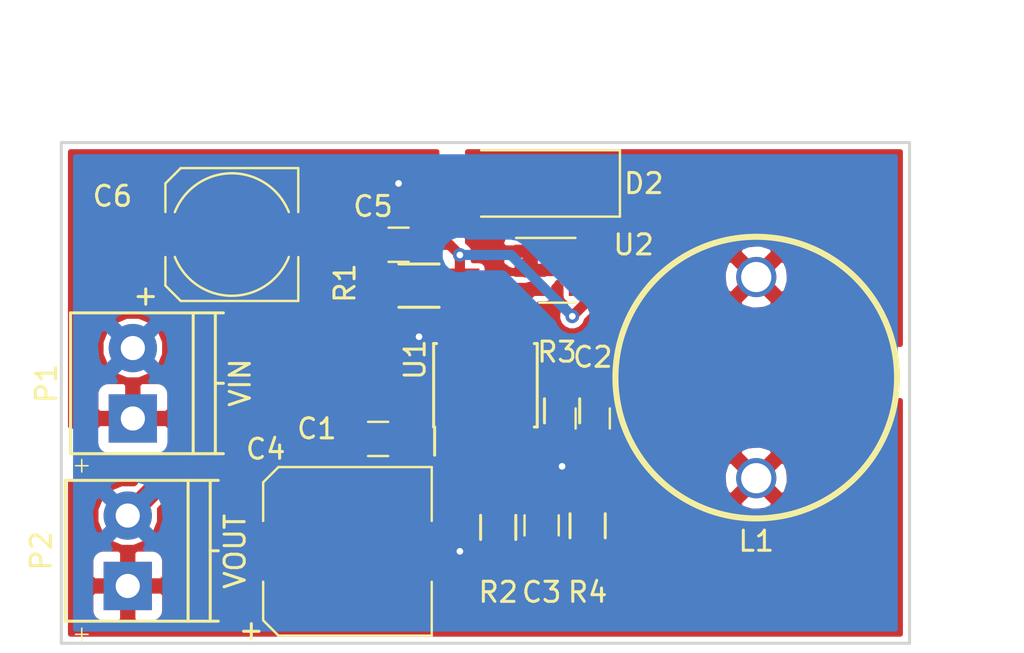
<source format=kicad_pcb>
(kicad_pcb (version 4) (host pcbnew 4.0.3-stable)

  (general
    (links 32)
    (no_connects 0)
    (area 109.652999 88.824999 151.967001 113.867001)
    (thickness 1.6)
    (drawings 11)
    (tracks 56)
    (zones 0)
    (modules 16)
    (nets 11)
  )

  (page A4)
  (layers
    (0 F.Cu signal)
    (31 B.Cu signal)
    (32 B.Adhes user)
    (33 F.Adhes user)
    (34 B.Paste user)
    (35 F.Paste user)
    (36 B.SilkS user)
    (37 F.SilkS user)
    (38 B.Mask user)
    (39 F.Mask user)
    (40 Dwgs.User user)
    (41 Cmts.User user)
    (42 Eco1.User user)
    (43 Eco2.User user)
    (44 Edge.Cuts user)
    (45 Margin user)
    (46 B.CrtYd user)
    (47 F.CrtYd user)
    (48 B.Fab user)
    (49 F.Fab user)
  )

  (setup
    (last_trace_width 0.1524)
    (trace_clearance 0.1524)
    (zone_clearance 0.254)
    (zone_45_only no)
    (trace_min 0.1524)
    (segment_width 0.2)
    (edge_width 0.15)
    (via_size 0.6858)
    (via_drill 0.3302)
    (via_min_size 0.6858)
    (via_min_drill 0.3302)
    (uvia_size 0.762)
    (uvia_drill 0.508)
    (uvias_allowed no)
    (uvia_min_size 0)
    (uvia_min_drill 0)
    (pcb_text_width 0.0762)
    (pcb_text_size 0.8128 0.8128)
    (mod_edge_width 0.15)
    (mod_text_size 0.8128 0.8128)
    (mod_text_width 0.0762)
    (pad_size 1.56 0.65)
    (pad_drill 0)
    (pad_to_mask_clearance 0)
    (aux_axis_origin 0 0)
    (visible_elements 7FFFFFFF)
    (pcbplotparams
      (layerselection 0x00030_80000001)
      (usegerberextensions false)
      (excludeedgelayer true)
      (linewidth 0.100000)
      (plotframeref false)
      (viasonmask false)
      (mode 1)
      (useauxorigin false)
      (hpglpennumber 1)
      (hpglpenspeed 20)
      (hpglpendiameter 15)
      (hpglpenoverlay 2)
      (psnegative false)
      (psa4output false)
      (plotreference true)
      (plotvalue true)
      (plotinvisibletext false)
      (padsonsilk false)
      (subtractmaskfromsilk false)
      (outputformat 1)
      (mirror false)
      (drillshape 1)
      (scaleselection 1)
      (outputdirectory ""))
  )

  (net 0 "")
  (net 1 GND)
  (net 2 "Net-(C2-Pad1)")
  (net 3 +5V)
  (net 4 Vfb)
  (net 5 +BATT)
  (net 6 /Vsw)
  (net 7 /RUN/SS)
  (net 8 /SENSE)
  (net 9 /GATE)
  (net 10 /Ith)

  (net_class Default "This is the default net class."
    (clearance 0.1524)
    (trace_width 0.1524)
    (via_dia 0.6858)
    (via_drill 0.3302)
    (uvia_dia 0.762)
    (uvia_drill 0.508)
    (add_net /Ith)
    (add_net /RUN/SS)
    (add_net "Net-(C2-Pad1)")
    (add_net Vfb)
  )

  (net_class Gate ""
    (clearance 0.1524)
    (trace_width 0.762)
    (via_dia 0.6858)
    (via_drill 0.3302)
    (uvia_dia 0.762)
    (uvia_drill 0.508)
    (add_net /GATE)
  )

  (net_class HI_C ""
    (clearance 0.1524)
    (trace_width 0.508)
    (via_dia 0.6858)
    (via_drill 0.3302)
    (uvia_dia 0.762)
    (uvia_drill 0.508)
    (add_net /SENSE)
    (add_net /Vsw)
  )

  (net_class PWR ""
    (clearance 0.1524)
    (trace_width 1.016)
    (via_dia 0.6858)
    (via_drill 0.3302)
    (uvia_dia 0.762)
    (uvia_drill 0.508)
    (add_net +5V)
    (add_net +BATT)
    (add_net GND)
  )

  (module Capacitors_SMD:C_0805_HandSoldering (layer F.Cu) (tedit 589895A5) (tstamp 58989238)
    (at 125.476 103.632 180)
    (descr "Capacitor SMD 0805, hand soldering")
    (tags "capacitor 0805")
    (path /5896494D)
    (attr smd)
    (fp_text reference C1 (at 3.048 0.508 180) (layer F.SilkS)
      (effects (font (size 1 1) (thickness 0.15)))
    )
    (fp_text value 10nF (at 0 2.1 180) (layer F.Fab) hide
      (effects (font (size 1 1) (thickness 0.15)))
    )
    (fp_line (start -1 0.625) (end -1 -0.625) (layer F.Fab) (width 0.1))
    (fp_line (start 1 0.625) (end -1 0.625) (layer F.Fab) (width 0.1))
    (fp_line (start 1 -0.625) (end 1 0.625) (layer F.Fab) (width 0.1))
    (fp_line (start -1 -0.625) (end 1 -0.625) (layer F.Fab) (width 0.1))
    (fp_line (start -2.3 -1) (end 2.3 -1) (layer F.CrtYd) (width 0.05))
    (fp_line (start -2.3 1) (end 2.3 1) (layer F.CrtYd) (width 0.05))
    (fp_line (start -2.3 -1) (end -2.3 1) (layer F.CrtYd) (width 0.05))
    (fp_line (start 2.3 -1) (end 2.3 1) (layer F.CrtYd) (width 0.05))
    (fp_line (start 0.5 -0.85) (end -0.5 -0.85) (layer F.SilkS) (width 0.12))
    (fp_line (start -0.5 0.85) (end 0.5 0.85) (layer F.SilkS) (width 0.12))
    (pad 1 smd rect (at -1.25 0 180) (size 1.5 1.25) (layers F.Cu F.Paste F.Mask)
      (net 7 /RUN/SS))
    (pad 2 smd rect (at 1.25 0 180) (size 1.5 1.25) (layers F.Cu F.Paste F.Mask)
      (net 1 GND))
    (model Capacitors_SMD.3dshapes/C_0805_HandSoldering.wrl
      (at (xyz 0 0 0))
      (scale (xyz 1 1 1))
      (rotate (xyz 0 0 0))
    )
  )

  (module Capacitors_SMD:C_0805_HandSoldering (layer F.Cu) (tedit 58989611) (tstamp 58989248)
    (at 136.144 102.616 270)
    (descr "Capacitor SMD 0805, hand soldering")
    (tags "capacitor 0805")
    (path /58964916)
    (attr smd)
    (fp_text reference C2 (at -3.048 0 360) (layer F.SilkS)
      (effects (font (size 1 1) (thickness 0.15)))
    )
    (fp_text value 330pF (at 0 2.1 270) (layer F.Fab) hide
      (effects (font (size 1 1) (thickness 0.15)))
    )
    (fp_line (start -1 0.625) (end -1 -0.625) (layer F.Fab) (width 0.1))
    (fp_line (start 1 0.625) (end -1 0.625) (layer F.Fab) (width 0.1))
    (fp_line (start 1 -0.625) (end 1 0.625) (layer F.Fab) (width 0.1))
    (fp_line (start -1 -0.625) (end 1 -0.625) (layer F.Fab) (width 0.1))
    (fp_line (start -2.3 -1) (end 2.3 -1) (layer F.CrtYd) (width 0.05))
    (fp_line (start -2.3 1) (end 2.3 1) (layer F.CrtYd) (width 0.05))
    (fp_line (start -2.3 -1) (end -2.3 1) (layer F.CrtYd) (width 0.05))
    (fp_line (start 2.3 -1) (end 2.3 1) (layer F.CrtYd) (width 0.05))
    (fp_line (start 0.5 -0.85) (end -0.5 -0.85) (layer F.SilkS) (width 0.12))
    (fp_line (start -0.5 0.85) (end 0.5 0.85) (layer F.SilkS) (width 0.12))
    (pad 1 smd rect (at -1.25 0 270) (size 1.5 1.25) (layers F.Cu F.Paste F.Mask)
      (net 2 "Net-(C2-Pad1)"))
    (pad 2 smd rect (at 1.25 0 270) (size 1.5 1.25) (layers F.Cu F.Paste F.Mask)
      (net 1 GND))
    (model Capacitors_SMD.3dshapes/C_0805_HandSoldering.wrl
      (at (xyz 0 0 0))
      (scale (xyz 1 1 1))
      (rotate (xyz 0 0 0))
    )
  )

  (module Capacitors_SMD:C_0805_HandSoldering (layer F.Cu) (tedit 58989536) (tstamp 58989258)
    (at 133.604 107.93 90)
    (descr "Capacitor SMD 0805, hand soldering")
    (tags "capacitor 0805")
    (path /58967E11)
    (attr smd)
    (fp_text reference C3 (at -3.322 0 180) (layer F.SilkS)
      (effects (font (size 1 1) (thickness 0.15)))
    )
    (fp_text value 15pF (at 0 1.905 90) (layer F.Fab) hide
      (effects (font (size 1 1) (thickness 0.15)))
    )
    (fp_line (start -1 0.625) (end -1 -0.625) (layer F.Fab) (width 0.1))
    (fp_line (start 1 0.625) (end -1 0.625) (layer F.Fab) (width 0.1))
    (fp_line (start 1 -0.625) (end 1 0.625) (layer F.Fab) (width 0.1))
    (fp_line (start -1 -0.625) (end 1 -0.625) (layer F.Fab) (width 0.1))
    (fp_line (start -2.3 -1) (end 2.3 -1) (layer F.CrtYd) (width 0.05))
    (fp_line (start -2.3 1) (end 2.3 1) (layer F.CrtYd) (width 0.05))
    (fp_line (start -2.3 -1) (end -2.3 1) (layer F.CrtYd) (width 0.05))
    (fp_line (start 2.3 -1) (end 2.3 1) (layer F.CrtYd) (width 0.05))
    (fp_line (start 0.5 -0.85) (end -0.5 -0.85) (layer F.SilkS) (width 0.12))
    (fp_line (start -0.5 0.85) (end 0.5 0.85) (layer F.SilkS) (width 0.12))
    (pad 1 smd rect (at -1.25 0 90) (size 1.5 1.25) (layers F.Cu F.Paste F.Mask)
      (net 3 +5V))
    (pad 2 smd rect (at 1.25 0 90) (size 1.5 1.25) (layers F.Cu F.Paste F.Mask)
      (net 4 Vfb))
    (model Capacitors_SMD.3dshapes/C_0805_HandSoldering.wrl
      (at (xyz 0 0 0))
      (scale (xyz 1 1 1))
      (rotate (xyz 0 0 0))
    )
  )

  (module Capacitors_SMD:C_0805_HandSoldering (layer F.Cu) (tedit 5898935F) (tstamp 58989284)
    (at 126.492 93.98 180)
    (descr "Capacitor SMD 0805, hand soldering")
    (tags "capacitor 0805")
    (path /58964849)
    (attr smd)
    (fp_text reference C5 (at 1.27 1.905 180) (layer F.SilkS)
      (effects (font (size 1 1) (thickness 0.15)))
    )
    (fp_text value 1nF (at 0 2.1 180) (layer F.Fab) hide
      (effects (font (size 1 1) (thickness 0.15)))
    )
    (fp_line (start -1 0.625) (end -1 -0.625) (layer F.Fab) (width 0.1))
    (fp_line (start 1 0.625) (end -1 0.625) (layer F.Fab) (width 0.1))
    (fp_line (start 1 -0.625) (end 1 0.625) (layer F.Fab) (width 0.1))
    (fp_line (start -1 -0.625) (end 1 -0.625) (layer F.Fab) (width 0.1))
    (fp_line (start -2.3 -1) (end 2.3 -1) (layer F.CrtYd) (width 0.05))
    (fp_line (start -2.3 1) (end 2.3 1) (layer F.CrtYd) (width 0.05))
    (fp_line (start -2.3 -1) (end -2.3 1) (layer F.CrtYd) (width 0.05))
    (fp_line (start 2.3 -1) (end 2.3 1) (layer F.CrtYd) (width 0.05))
    (fp_line (start 0.5 -0.85) (end -0.5 -0.85) (layer F.SilkS) (width 0.12))
    (fp_line (start -0.5 0.85) (end 0.5 0.85) (layer F.SilkS) (width 0.12))
    (pad 1 smd rect (at -1.25 0 180) (size 1.5 1.25) (layers F.Cu F.Paste F.Mask)
      (net 8 /SENSE))
    (pad 2 smd rect (at 1.25 0 180) (size 1.5 1.25) (layers F.Cu F.Paste F.Mask)
      (net 5 +BATT))
    (model Capacitors_SMD.3dshapes/C_0805_HandSoldering.wrl
      (at (xyz 0 0 0))
      (scale (xyz 1 1 1))
      (rotate (xyz 0 0 0))
    )
  )

  (module Capacitors_SMD:CP_Elec_6.3x5.3 (layer F.Cu) (tedit 58989380) (tstamp 589892A0)
    (at 118.204 93.472)
    (descr "SMT capacitor, aluminium electrolytic, 6.3x5.3")
    (path /5896497F)
    (attr smd)
    (fp_text reference C6 (at -5.936 -1.905) (layer F.SilkS)
      (effects (font (size 1 1) (thickness 0.15)))
    )
    (fp_text value 22uF (at 0 -4.5593) (layer F.Fab) hide
      (effects (font (size 1 1) (thickness 0.15)))
    )
    (fp_line (start 3.1496 3.1496) (end 3.1496 -3.1496) (layer F.Fab) (width 0.1))
    (fp_line (start -2.4765 3.1496) (end 3.1496 3.1496) (layer F.Fab) (width 0.1))
    (fp_line (start -3.1496 2.4765) (end -2.4765 3.1496) (layer F.Fab) (width 0.1))
    (fp_line (start -3.1496 -2.4765) (end -3.1496 2.4765) (layer F.Fab) (width 0.1))
    (fp_line (start -2.4765 -3.1496) (end -3.1496 -2.4765) (layer F.Fab) (width 0.1))
    (fp_line (start 3.1496 -3.1496) (end -2.4765 -3.1496) (layer F.Fab) (width 0.1))
    (fp_text user + (at -1.7526 -0.0762) (layer F.Fab)
      (effects (font (size 1 1) (thickness 0.15)))
    )
    (fp_arc (start 0 0) (end 2.8321 1.1176) (angle 136.9700905) (layer F.SilkS) (width 0.12))
    (fp_arc (start 0 0) (end -2.8321 -1.1176) (angle 136.9297483) (layer F.SilkS) (width 0.12))
    (fp_line (start 3.302 3.302) (end 3.302 1.1176) (layer F.SilkS) (width 0.12))
    (fp_line (start 3.302 -3.302) (end 3.302 -1.1176) (layer F.SilkS) (width 0.12))
    (fp_line (start -3.302 2.54) (end -3.302 1.1176) (layer F.SilkS) (width 0.12))
    (fp_line (start -3.302 -2.54) (end -3.302 -1.1176) (layer F.SilkS) (width 0.12))
    (fp_text user + (at -4.2799 3.0099) (layer F.SilkS)
      (effects (font (size 1 1) (thickness 0.15)))
    )
    (fp_line (start 4.85 -3.65) (end -4.85 -3.65) (layer F.CrtYd) (width 0.05))
    (fp_line (start -4.85 -3.65) (end -4.85 3.65) (layer F.CrtYd) (width 0.05))
    (fp_line (start -4.85 3.65) (end 4.85 3.65) (layer F.CrtYd) (width 0.05))
    (fp_line (start 4.85 3.65) (end 4.85 -3.65) (layer F.CrtYd) (width 0.05))
    (fp_line (start 3.302 3.302) (end -2.54 3.302) (layer F.SilkS) (width 0.12))
    (fp_line (start -2.54 3.302) (end -3.302 2.54) (layer F.SilkS) (width 0.12))
    (fp_line (start -3.302 -2.54) (end -2.54 -3.302) (layer F.SilkS) (width 0.12))
    (fp_line (start -2.54 -3.302) (end 3.302 -3.302) (layer F.SilkS) (width 0.12))
    (pad 1 smd rect (at -2.7 0 180) (size 3.5 1.6) (layers F.Cu F.Paste F.Mask)
      (net 5 +BATT))
    (pad 2 smd rect (at 2.7 0 180) (size 3.5 1.6) (layers F.Cu F.Paste F.Mask)
      (net 1 GND))
    (model Capacitors_SMD.3dshapes/CP_Elec_6.3x5.3.wrl
      (at (xyz 0 0 0))
      (scale (xyz 1 1 1))
      (rotate (xyz 0 0 180))
    )
  )

  (module Terminal_Blocks:TerminalBlock_Pheonix_PT-3.5mm_2pol (layer F.Cu) (tedit 58989924) (tstamp 589892CE)
    (at 113.284 102.616 90)
    (descr "2-way 3.5mm pitch terminal block, Phoenix PT series")
    (path /58964CDF)
    (fp_text reference P1 (at 1.75 -4.3 90) (layer F.SilkS)
      (effects (font (size 1 1) (thickness 0.15)))
    )
    (fp_text value VIN (at 1.778 5.334 90) (layer F.SilkS)
      (effects (font (size 1 1) (thickness 0.15)))
    )
    (fp_line (start -1.9 -3.3) (end 5.4 -3.3) (layer F.CrtYd) (width 0.05))
    (fp_line (start -1.9 4.7) (end -1.9 -3.3) (layer F.CrtYd) (width 0.05))
    (fp_line (start 5.4 4.7) (end -1.9 4.7) (layer F.CrtYd) (width 0.05))
    (fp_line (start 5.4 -3.3) (end 5.4 4.7) (layer F.CrtYd) (width 0.05))
    (fp_line (start 1.75 4.1) (end 1.75 4.5) (layer F.SilkS) (width 0.15))
    (fp_line (start -1.75 3) (end 5.25 3) (layer F.SilkS) (width 0.15))
    (fp_line (start -1.75 4.1) (end 5.25 4.1) (layer F.SilkS) (width 0.15))
    (fp_line (start -1.75 -3.1) (end -1.75 4.5) (layer F.SilkS) (width 0.15))
    (fp_line (start 5.25 4.5) (end 5.25 -3.1) (layer F.SilkS) (width 0.15))
    (fp_line (start 5.25 -3.1) (end -1.75 -3.1) (layer F.SilkS) (width 0.15))
    (pad 2 thru_hole circle (at 3.5 0 90) (size 2.4 2.4) (drill 1.2) (layers *.Cu *.Mask)
      (net 1 GND))
    (pad 1 thru_hole rect (at 0 0 90) (size 2.4 2.4) (drill 1.2) (layers *.Cu *.Mask)
      (net 5 +BATT))
    (model Terminal_Blocks.3dshapes/TerminalBlock_Pheonix_PT-3.5mm_2pol.wrl
      (at (xyz 0 0 0))
      (scale (xyz 1 1 1))
      (rotate (xyz 0 0 0))
    )
  )

  (module Terminal_Blocks:TerminalBlock_Pheonix_PT-3.5mm_2pol (layer F.Cu) (tedit 5898991E) (tstamp 589892DE)
    (at 113.03 110.942 90)
    (descr "2-way 3.5mm pitch terminal block, Phoenix PT series")
    (path /58968CD9)
    (fp_text reference P2 (at 1.75 -4.3 90) (layer F.SilkS)
      (effects (font (size 1 1) (thickness 0.15)))
    )
    (fp_text value VOUT (at 1.722 5.334 90) (layer F.SilkS)
      (effects (font (size 1 1) (thickness 0.15)))
    )
    (fp_line (start -1.9 -3.3) (end 5.4 -3.3) (layer F.CrtYd) (width 0.05))
    (fp_line (start -1.9 4.7) (end -1.9 -3.3) (layer F.CrtYd) (width 0.05))
    (fp_line (start 5.4 4.7) (end -1.9 4.7) (layer F.CrtYd) (width 0.05))
    (fp_line (start 5.4 -3.3) (end 5.4 4.7) (layer F.CrtYd) (width 0.05))
    (fp_line (start 1.75 4.1) (end 1.75 4.5) (layer F.SilkS) (width 0.15))
    (fp_line (start -1.75 3) (end 5.25 3) (layer F.SilkS) (width 0.15))
    (fp_line (start -1.75 4.1) (end 5.25 4.1) (layer F.SilkS) (width 0.15))
    (fp_line (start -1.75 -3.1) (end -1.75 4.5) (layer F.SilkS) (width 0.15))
    (fp_line (start 5.25 4.5) (end 5.25 -3.1) (layer F.SilkS) (width 0.15))
    (fp_line (start 5.25 -3.1) (end -1.75 -3.1) (layer F.SilkS) (width 0.15))
    (pad 2 thru_hole circle (at 3.5 0 90) (size 2.4 2.4) (drill 1.2) (layers *.Cu *.Mask)
      (net 1 GND))
    (pad 1 thru_hole rect (at 0 0 90) (size 2.4 2.4) (drill 1.2) (layers *.Cu *.Mask)
      (net 3 +5V))
    (model Terminal_Blocks.3dshapes/TerminalBlock_Pheonix_PT-3.5mm_2pol.wrl
      (at (xyz 0 0 0))
      (scale (xyz 1 1 1))
      (rotate (xyz 0 0 0))
    )
  )

  (module Resistors_SMD:R_1206_HandSoldering (layer F.Cu) (tedit 58989363) (tstamp 58989303)
    (at 127.508 96.012)
    (descr "Resistor SMD 1206, hand soldering")
    (tags "resistor 1206")
    (path /58962F52)
    (attr smd)
    (fp_text reference R1 (at -3.683 -0.127 90) (layer F.SilkS)
      (effects (font (size 1 1) (thickness 0.15)))
    )
    (fp_text value 20m (at 0 2.3) (layer F.Fab) hide
      (effects (font (size 1 1) (thickness 0.15)))
    )
    (fp_line (start -1.6 0.8) (end -1.6 -0.8) (layer F.Fab) (width 0.1))
    (fp_line (start 1.6 0.8) (end -1.6 0.8) (layer F.Fab) (width 0.1))
    (fp_line (start 1.6 -0.8) (end 1.6 0.8) (layer F.Fab) (width 0.1))
    (fp_line (start -1.6 -0.8) (end 1.6 -0.8) (layer F.Fab) (width 0.1))
    (fp_line (start -3.3 -1.2) (end 3.3 -1.2) (layer F.CrtYd) (width 0.05))
    (fp_line (start -3.3 1.2) (end 3.3 1.2) (layer F.CrtYd) (width 0.05))
    (fp_line (start -3.3 -1.2) (end -3.3 1.2) (layer F.CrtYd) (width 0.05))
    (fp_line (start 3.3 -1.2) (end 3.3 1.2) (layer F.CrtYd) (width 0.05))
    (fp_line (start 1 1.075) (end -1 1.075) (layer F.SilkS) (width 0.15))
    (fp_line (start -1 -1.075) (end 1 -1.075) (layer F.SilkS) (width 0.15))
    (pad 1 smd rect (at -2 0) (size 2 1.7) (layers F.Cu F.Paste F.Mask)
      (net 5 +BATT))
    (pad 2 smd rect (at 2 0) (size 2 1.7) (layers F.Cu F.Paste F.Mask)
      (net 8 /SENSE))
    (model Resistors_SMD.3dshapes/R_1206_HandSoldering.wrl
      (at (xyz 0 0 0))
      (scale (xyz 1 1 1))
      (rotate (xyz 0 0 0))
    )
  )

  (module Resistors_SMD:R_0805_HandSoldering (layer F.Cu) (tedit 58989508) (tstamp 58989313)
    (at 131.445 108.03 270)
    (descr "Resistor SMD 0805, hand soldering")
    (tags "resistor 0805")
    (path /58964811)
    (attr smd)
    (fp_text reference R2 (at 3.222 0 360) (layer F.SilkS)
      (effects (font (size 1 1) (thickness 0.15)))
    )
    (fp_text value 1M (at 0 2.1 270) (layer F.Fab) hide
      (effects (font (size 1 1) (thickness 0.15)))
    )
    (fp_line (start -1 0.625) (end -1 -0.625) (layer F.Fab) (width 0.1))
    (fp_line (start 1 0.625) (end -1 0.625) (layer F.Fab) (width 0.1))
    (fp_line (start 1 -0.625) (end 1 0.625) (layer F.Fab) (width 0.1))
    (fp_line (start -1 -0.625) (end 1 -0.625) (layer F.Fab) (width 0.1))
    (fp_line (start -2.4 -1) (end 2.4 -1) (layer F.CrtYd) (width 0.05))
    (fp_line (start -2.4 1) (end 2.4 1) (layer F.CrtYd) (width 0.05))
    (fp_line (start -2.4 -1) (end -2.4 1) (layer F.CrtYd) (width 0.05))
    (fp_line (start 2.4 -1) (end 2.4 1) (layer F.CrtYd) (width 0.05))
    (fp_line (start 0.6 0.875) (end -0.6 0.875) (layer F.SilkS) (width 0.15))
    (fp_line (start -0.6 -0.875) (end 0.6 -0.875) (layer F.SilkS) (width 0.15))
    (pad 1 smd rect (at -1.35 0 270) (size 1.5 1.3) (layers F.Cu F.Paste F.Mask)
      (net 4 Vfb))
    (pad 2 smd rect (at 1.35 0 270) (size 1.5 1.3) (layers F.Cu F.Paste F.Mask)
      (net 1 GND))
    (model Resistors_SMD.3dshapes/R_0805_HandSoldering.wrl
      (at (xyz 0 0 0))
      (scale (xyz 1 1 1))
      (rotate (xyz 0 0 0))
    )
  )

  (module Resistors_SMD:R_0805_HandSoldering (layer F.Cu) (tedit 589895F3) (tstamp 58989323)
    (at 134.62 102.235 270)
    (descr "Resistor SMD 0805, hand soldering")
    (tags "resistor 0805")
    (path /589647EB)
    (attr smd)
    (fp_text reference R3 (at -2.921 0.254 360) (layer F.SilkS)
      (effects (font (size 1 1) (thickness 0.15)))
    )
    (fp_text value 10K (at -0.127 1.524 270) (layer F.Fab) hide
      (effects (font (size 1 1) (thickness 0.15)))
    )
    (fp_line (start -1 0.625) (end -1 -0.625) (layer F.Fab) (width 0.1))
    (fp_line (start 1 0.625) (end -1 0.625) (layer F.Fab) (width 0.1))
    (fp_line (start 1 -0.625) (end 1 0.625) (layer F.Fab) (width 0.1))
    (fp_line (start -1 -0.625) (end 1 -0.625) (layer F.Fab) (width 0.1))
    (fp_line (start -2.4 -1) (end 2.4 -1) (layer F.CrtYd) (width 0.05))
    (fp_line (start -2.4 1) (end 2.4 1) (layer F.CrtYd) (width 0.05))
    (fp_line (start -2.4 -1) (end -2.4 1) (layer F.CrtYd) (width 0.05))
    (fp_line (start 2.4 -1) (end 2.4 1) (layer F.CrtYd) (width 0.05))
    (fp_line (start 0.6 0.875) (end -0.6 0.875) (layer F.SilkS) (width 0.15))
    (fp_line (start -0.6 -0.875) (end 0.6 -0.875) (layer F.SilkS) (width 0.15))
    (pad 1 smd rect (at -1.35 0 270) (size 1.5 1.3) (layers F.Cu F.Paste F.Mask)
      (net 10 /Ith))
    (pad 2 smd rect (at 1.35 0 270) (size 1.5 1.3) (layers F.Cu F.Paste F.Mask)
      (net 2 "Net-(C2-Pad1)"))
    (model Resistors_SMD.3dshapes/R_0805_HandSoldering.wrl
      (at (xyz 0 0 0))
      (scale (xyz 1 1 1))
      (rotate (xyz 0 0 0))
    )
  )

  (module Resistors_SMD:R_0805_HandSoldering (layer F.Cu) (tedit 589894FF) (tstamp 58989333)
    (at 135.89 107.95 90)
    (descr "Resistor SMD 0805, hand soldering")
    (tags "resistor 0805")
    (path /589647B4)
    (attr smd)
    (fp_text reference R4 (at -3.302 0 180) (layer F.SilkS)
      (effects (font (size 1 1) (thickness 0.15)))
    )
    (fp_text value 3.09M (at 0 2.1 90) (layer F.Fab) hide
      (effects (font (size 1 1) (thickness 0.15)))
    )
    (fp_line (start -1 0.625) (end -1 -0.625) (layer F.Fab) (width 0.1))
    (fp_line (start 1 0.625) (end -1 0.625) (layer F.Fab) (width 0.1))
    (fp_line (start 1 -0.625) (end 1 0.625) (layer F.Fab) (width 0.1))
    (fp_line (start -1 -0.625) (end 1 -0.625) (layer F.Fab) (width 0.1))
    (fp_line (start -2.4 -1) (end 2.4 -1) (layer F.CrtYd) (width 0.05))
    (fp_line (start -2.4 1) (end 2.4 1) (layer F.CrtYd) (width 0.05))
    (fp_line (start -2.4 -1) (end -2.4 1) (layer F.CrtYd) (width 0.05))
    (fp_line (start 2.4 -1) (end 2.4 1) (layer F.CrtYd) (width 0.05))
    (fp_line (start 0.6 0.875) (end -0.6 0.875) (layer F.SilkS) (width 0.15))
    (fp_line (start -0.6 -0.875) (end 0.6 -0.875) (layer F.SilkS) (width 0.15))
    (pad 1 smd rect (at -1.35 0 90) (size 1.5 1.3) (layers F.Cu F.Paste F.Mask)
      (net 3 +5V))
    (pad 2 smd rect (at 1.35 0 90) (size 1.5 1.3) (layers F.Cu F.Paste F.Mask)
      (net 4 Vfb))
    (model Resistors_SMD.3dshapes/R_0805_HandSoldering.wrl
      (at (xyz 0 0 0))
      (scale (xyz 1 1 1))
      (rotate (xyz 0 0 0))
    )
  )

  (module Housings_SOIC:SOIC-8_3.9x4.9mm_Pitch1.27mm (layer F.Cu) (tedit 58D489C6) (tstamp 5898934F)
    (at 130.81 100.965 90)
    (descr "8-Lead Plastic Small Outline (SN) - Narrow, 3.90 mm Body [SOIC] (see Microchip Packaging Specification 00000049BS.pdf)")
    (tags "SOIC 1.27")
    (path /58964B32)
    (attr smd)
    (fp_text reference U1 (at 1.27 -3.5 90) (layer F.SilkS)
      (effects (font (size 1 1) (thickness 0.15)))
    )
    (fp_text value LTC1771 (at 0 3.5 90) (layer F.Fab) hide
      (effects (font (size 1 1) (thickness 0.15)))
    )
    (fp_line (start -0.95 -2.45) (end 1.95 -2.45) (layer F.Fab) (width 0.15))
    (fp_line (start 1.95 -2.45) (end 1.95 2.45) (layer F.Fab) (width 0.15))
    (fp_line (start 1.95 2.45) (end -1.95 2.45) (layer F.Fab) (width 0.15))
    (fp_line (start -1.95 2.45) (end -1.95 -1.45) (layer F.Fab) (width 0.15))
    (fp_line (start -1.95 -1.45) (end -0.95 -2.45) (layer F.Fab) (width 0.15))
    (fp_line (start -3.75 -2.75) (end -3.75 2.75) (layer F.CrtYd) (width 0.05))
    (fp_line (start 3.75 -2.75) (end 3.75 2.75) (layer F.CrtYd) (width 0.05))
    (fp_line (start -3.75 -2.75) (end 3.75 -2.75) (layer F.CrtYd) (width 0.05))
    (fp_line (start -3.75 2.75) (end 3.75 2.75) (layer F.CrtYd) (width 0.05))
    (fp_line (start -2.075 -2.575) (end -2.075 -2.525) (layer F.SilkS) (width 0.15))
    (fp_line (start 2.075 -2.575) (end 2.075 -2.43) (layer F.SilkS) (width 0.15))
    (fp_line (start 2.075 2.575) (end 2.075 2.43) (layer F.SilkS) (width 0.15))
    (fp_line (start -2.075 2.575) (end -2.075 2.43) (layer F.SilkS) (width 0.15))
    (fp_line (start -2.075 -2.575) (end 2.075 -2.575) (layer F.SilkS) (width 0.15))
    (fp_line (start -2.075 2.575) (end 2.075 2.575) (layer F.SilkS) (width 0.15))
    (fp_line (start -2.075 -2.525) (end -3.475 -2.525) (layer F.SilkS) (width 0.15))
    (pad 1 smd rect (at -2.7 -1.905 90) (size 1.55 0.6) (layers F.Cu F.Paste F.Mask)
      (net 7 /RUN/SS))
    (pad 2 smd rect (at -2.7 -0.635 90) (size 1.55 0.6) (layers F.Cu F.Paste F.Mask)
      (net 10 /Ith))
    (pad 3 smd rect (at -2.7 0.635 90) (size 1.55 0.6) (layers F.Cu F.Paste F.Mask)
      (net 4 Vfb))
    (pad 4 smd rect (at -2.7 1.905 90) (size 1.55 0.6) (layers F.Cu F.Paste F.Mask)
      (net 1 GND))
    (pad 5 smd rect (at 2.7 1.905 90) (size 1.55 0.6) (layers F.Cu F.Paste F.Mask)
      (net 9 /GATE))
    (pad 6 smd rect (at 2.7 0.635 90) (size 1.55 0.6) (layers F.Cu F.Paste F.Mask)
      (net 5 +BATT))
    (pad 7 smd rect (at 2.7 -0.635 90) (size 1.55 0.6) (layers F.Cu F.Paste F.Mask)
      (net 8 /SENSE))
    (pad 8 smd rect (at 2.7 -1.905 90) (size 1.55 0.6) (layers F.Cu F.Paste F.Mask)
      (net 1 GND))
    (model Housings_SOIC.3dshapes/SOIC-8_3.9x4.9mm_Pitch1.27mm.wrl
      (at (xyz 0 0 0))
      (scale (xyz 1 1 1))
      (rotate (xyz 0 0 0))
    )
  )

  (module Buck:14mm-Inductor (layer F.Cu) (tedit 58C21602) (tstamp 58C215D1)
    (at 144.272 100.584 270)
    (path /5896391B)
    (fp_text reference L1 (at 8.128 0 360) (layer F.SilkS)
      (effects (font (size 1 1) (thickness 0.15)))
    )
    (fp_text value 22uH (at 0 0 360) (layer F.Fab) hide
      (effects (font (size 1 1) (thickness 0.15)))
    )
    (fp_circle (center 0 0) (end 7 0) (layer F.SilkS) (width 0.3))
    (pad 1 thru_hole circle (at -5 0 270) (size 2 2) (drill 1.5) (layers *.Cu *.Mask)
      (net 6 /Vsw))
    (pad 2 thru_hole circle (at 5 0 270) (size 2 2) (drill 1.5) (layers *.Cu *.Mask)
      (net 3 +5V))
  )

  (module TO_SOT_Packages_SMD:SOT-23-6_Handsoldering (layer F.Cu) (tedit 58D48884) (tstamp 58D46F4D)
    (at 134.385122 95.25)
    (descr "6-pin SOT-23 package, Handsoldering")
    (tags "SOT-23-6 Handsoldering")
    (path /58D46DD3)
    (attr smd)
    (fp_text reference U2 (at 3.790878 -1.27) (layer F.SilkS)
      (effects (font (size 1 1) (thickness 0.15)))
    )
    (fp_text value SI3421DV-T1-GE3 (at 0 2.9) (layer F.Fab) hide
      (effects (font (size 1 1) (thickness 0.15)))
    )
    (fp_text user %R (at 0 -0.423001) (layer F.Fab)
      (effects (font (size 0.5 0.5) (thickness 0.075)))
    )
    (fp_line (start -0.9 1.61) (end 0.9 1.61) (layer F.SilkS) (width 0.12))
    (fp_line (start 0.9 -1.61) (end -2.05 -1.61) (layer F.SilkS) (width 0.12))
    (fp_line (start -2.4 1.8) (end -2.4 -1.8) (layer F.CrtYd) (width 0.05))
    (fp_line (start 2.4 1.8) (end -2.4 1.8) (layer F.CrtYd) (width 0.05))
    (fp_line (start 2.4 -1.8) (end 2.4 1.8) (layer F.CrtYd) (width 0.05))
    (fp_line (start -2.4 -1.8) (end 2.4 -1.8) (layer F.CrtYd) (width 0.05))
    (fp_line (start -0.9 -0.9) (end -0.25 -1.55) (layer F.Fab) (width 0.1))
    (fp_line (start 0.9 -1.55) (end -0.25 -1.55) (layer F.Fab) (width 0.1))
    (fp_line (start -0.9 -0.9) (end -0.9 1.55) (layer F.Fab) (width 0.1))
    (fp_line (start 0.9 1.55) (end -0.9 1.55) (layer F.Fab) (width 0.1))
    (fp_line (start 0.9 -1.55) (end 0.9 1.55) (layer F.Fab) (width 0.1))
    (pad 1 smd rect (at -1.35 -0.95) (size 1.56 0.65) (layers F.Cu F.Paste F.Mask)
      (net 6 /Vsw))
    (pad 2 smd rect (at -1.35 0) (size 1.56 0.65) (layers F.Cu F.Paste F.Mask)
      (net 6 /Vsw))
    (pad 3 smd rect (at -1.35 0.95) (size 1.56 0.65) (layers F.Cu F.Paste F.Mask)
      (net 9 /GATE))
    (pad 4 smd rect (at 1.35 0.95) (size 1.56 0.65) (layers F.Cu F.Paste F.Mask)
      (net 8 /SENSE))
    (pad 6 smd rect (at 1.35 -0.95) (size 1.56 0.65) (layers F.Cu F.Paste F.Mask)
      (net 6 /Vsw))
    (pad 5 smd rect (at 1.35 0) (size 1.56 0.65) (layers F.Cu F.Paste F.Mask)
      (net 6 /Vsw))
    (model ${KISYS3DMOD}/TO_SOT_Packages_SMD.3dshapes/SOT-23-6.wrl
      (at (xyz 0 0 0))
      (scale (xyz 1 1 1))
      (rotate (xyz 0 0 0))
    )
  )

  (module Capacitors_SMD:CP_Elec_8x10 (layer F.Cu) (tedit 58D48897) (tstamp 58D4876D)
    (at 123.952 109.22)
    (descr "SMT capacitor, aluminium electrolytic, 8x10")
    (path /58964A61)
    (attr smd)
    (fp_text reference C4 (at -4.064 -5.08) (layer F.SilkS)
      (effects (font (size 1 1) (thickness 0.15)))
    )
    (fp_text value 330uF (at 0 -5.45) (layer F.Fab) hide
      (effects (font (size 1 1) (thickness 0.15)))
    )
    (fp_circle (center 0 0) (end -0.6 3.9) (layer F.Fab) (width 0.1))
    (fp_text user + (at -2.31 -0.08) (layer F.Fab)
      (effects (font (size 1 1) (thickness 0.15)))
    )
    (fp_text user + (at -4.78 3.9) (layer F.SilkS)
      (effects (font (size 1 1) (thickness 0.15)))
    )
    (fp_text user %R (at 0 2.54) (layer F.Fab) hide
      (effects (font (size 1 1) (thickness 0.15)))
    )
    (fp_line (start 4.04 4.04) (end 4.04 -4.04) (layer F.Fab) (width 0.1))
    (fp_line (start -3.37 4.04) (end 4.04 4.04) (layer F.Fab) (width 0.1))
    (fp_line (start -4.04 3.37) (end -3.37 4.04) (layer F.Fab) (width 0.1))
    (fp_line (start -4.04 -3.37) (end -4.04 3.37) (layer F.Fab) (width 0.1))
    (fp_line (start -3.37 -4.04) (end -4.04 -3.37) (layer F.Fab) (width 0.1))
    (fp_line (start 4.04 -4.04) (end -3.37 -4.04) (layer F.Fab) (width 0.1))
    (fp_line (start 4.19 4.19) (end 4.19 1.51) (layer F.SilkS) (width 0.12))
    (fp_line (start 4.19 -4.19) (end 4.19 -1.51) (layer F.SilkS) (width 0.12))
    (fp_line (start -4.19 -3.43) (end -4.19 -1.51) (layer F.SilkS) (width 0.12))
    (fp_line (start -4.19 3.43) (end -4.19 1.51) (layer F.SilkS) (width 0.12))
    (fp_line (start 4.19 4.19) (end -3.43 4.19) (layer F.SilkS) (width 0.12))
    (fp_line (start -3.43 4.19) (end -4.19 3.43) (layer F.SilkS) (width 0.12))
    (fp_line (start -4.19 -3.43) (end -3.43 -4.19) (layer F.SilkS) (width 0.12))
    (fp_line (start -3.43 -4.19) (end 4.19 -4.19) (layer F.SilkS) (width 0.12))
    (fp_line (start -5.3 -4.29) (end 5.3 -4.29) (layer F.CrtYd) (width 0.05))
    (fp_line (start -5.3 -4.29) (end -5.3 4.29) (layer F.CrtYd) (width 0.05))
    (fp_line (start 5.3 4.29) (end 5.3 -4.29) (layer F.CrtYd) (width 0.05))
    (fp_line (start 5.3 4.29) (end -5.3 4.29) (layer F.CrtYd) (width 0.05))
    (pad 1 smd rect (at -3.05 0 180) (size 4 2.5) (layers F.Cu F.Paste F.Mask)
      (net 3 +5V))
    (pad 2 smd rect (at 3.05 0 180) (size 4 2.5) (layers F.Cu F.Paste F.Mask)
      (net 1 GND))
    (model Capacitors_SMD.3dshapes/CP_Elec_8x10.wrl
      (at (xyz 0 0 0))
      (scale (xyz 1 1 1))
      (rotate (xyz 0 0 180))
    )
  )

  (module Diodes_SMD:D_SMA_Handsoldering (layer F.Cu) (tedit 58D490E3) (tstamp 58D490EA)
    (at 133.096 90.932 180)
    (descr "Diode SMA Handsoldering")
    (tags "Diode SMA Handsoldering")
    (path /58962EBE)
    (attr smd)
    (fp_text reference D2 (at -5.588 0 180) (layer F.SilkS)
      (effects (font (size 1 1) (thickness 0.15)))
    )
    (fp_text value D_Schottky_Small (at 0.05 4.4 180) (layer F.Fab) hide
      (effects (font (size 1 1) (thickness 0.15)))
    )
    (fp_line (start -4.4 -1.65) (end -4.4 1.65) (layer F.SilkS) (width 0.12))
    (fp_line (start 2.3 1.5) (end -2.3 1.5) (layer F.Fab) (width 0.1))
    (fp_line (start -2.3 1.5) (end -2.3 -1.5) (layer F.Fab) (width 0.1))
    (fp_line (start 2.3 -1.5) (end 2.3 1.5) (layer F.Fab) (width 0.1))
    (fp_line (start 2.3 -1.5) (end -2.3 -1.5) (layer F.Fab) (width 0.1))
    (fp_line (start -4.5 -1.75) (end 4.5 -1.75) (layer F.CrtYd) (width 0.05))
    (fp_line (start 4.5 -1.75) (end 4.5 1.75) (layer F.CrtYd) (width 0.05))
    (fp_line (start 4.5 1.75) (end -4.5 1.75) (layer F.CrtYd) (width 0.05))
    (fp_line (start -4.5 1.75) (end -4.5 -1.75) (layer F.CrtYd) (width 0.05))
    (fp_line (start -0.64944 0.00102) (end -1.55114 0.00102) (layer F.Fab) (width 0.1))
    (fp_line (start 0.50118 0.00102) (end 1.4994 0.00102) (layer F.Fab) (width 0.1))
    (fp_line (start -0.64944 -0.79908) (end -0.64944 0.80112) (layer F.Fab) (width 0.1))
    (fp_line (start 0.50118 0.75032) (end 0.50118 -0.79908) (layer F.Fab) (width 0.1))
    (fp_line (start -0.64944 0.00102) (end 0.50118 0.75032) (layer F.Fab) (width 0.1))
    (fp_line (start -0.64944 0.00102) (end 0.50118 -0.79908) (layer F.Fab) (width 0.1))
    (fp_line (start -4.4 1.65) (end 2.5 1.65) (layer F.SilkS) (width 0.12))
    (fp_line (start -4.4 -1.65) (end 2.5 -1.65) (layer F.SilkS) (width 0.12))
    (pad 1 smd rect (at -2.5 0 180) (size 3.5 1.8) (layers F.Cu F.Paste F.Mask)
      (net 6 /Vsw))
    (pad 2 smd rect (at 2.5 0 180) (size 3.5 1.8) (layers F.Cu F.Paste F.Mask)
      (net 1 GND))
    (model Diodes_SMD.3dshapes/D_SMA_Standard.wrl
      (at (xyz 0 0 0))
      (scale (xyz 1 1 1))
      (rotate (xyz 0 0 0))
    )
  )

  (gr_text + (at 110.744 113.284) (layer F.SilkS)
    (effects (font (size 0.8128 0.8128) (thickness 0.0762)))
  )
  (gr_text + (at 110.744 104.902) (layer F.SilkS)
    (effects (font (size 0.8128 0.8128) (thickness 0.0762)))
  )
  (dimension 24.892 (width 0.0762) (layer Eco1.User)
    (gr_text "0.9800 in" (at 156.0068 101.346 270) (layer Eco1.User)
      (effects (font (size 0.8128 0.8128) (thickness 0.0762)))
    )
    (feature1 (pts (xy 151.892 113.792) (xy 156.5656 113.792)))
    (feature2 (pts (xy 151.892 88.9) (xy 156.5656 88.9)))
    (crossbar (pts (xy 155.448 88.9) (xy 155.448 113.792)))
    (arrow1a (pts (xy 155.448 113.792) (xy 154.861579 112.665496)))
    (arrow1b (pts (xy 155.448 113.792) (xy 156.034421 112.665496)))
    (arrow2a (pts (xy 155.448 88.9) (xy 154.861579 90.026504)))
    (arrow2b (pts (xy 155.448 88.9) (xy 156.034421 90.026504)))
  )
  (dimension 42.164 (width 0.0762) (layer Eco1.User)
    (gr_text "1.6600 in" (at 130.81 82.7532) (layer Eco1.User)
      (effects (font (size 0.8128 0.8128) (thickness 0.0762)))
    )
    (feature1 (pts (xy 151.892 88.9) (xy 151.892 82.1944)))
    (feature2 (pts (xy 109.728 88.9) (xy 109.728 82.1944)))
    (crossbar (pts (xy 109.728 83.312) (xy 151.892 83.312)))
    (arrow1a (pts (xy 151.892 83.312) (xy 150.765496 83.898421)))
    (arrow1b (pts (xy 151.892 83.312) (xy 150.765496 82.725579)))
    (arrow2a (pts (xy 109.728 83.312) (xy 110.854504 83.898421)))
    (arrow2b (pts (xy 109.728 83.312) (xy 110.854504 82.725579)))
  )
  (gr_line (start 109.728 113.792) (end 109.728 113.284) (layer Edge.Cuts) (width 0.15))
  (gr_line (start 151.892 113.792) (end 109.728 113.792) (layer Edge.Cuts) (width 0.15))
  (gr_line (start 151.892 88.9) (end 151.892 113.792) (layer Edge.Cuts) (width 0.15))
  (gr_line (start 151.384 88.9) (end 151.892 88.9) (layer Edge.Cuts) (width 0.15))
  (gr_line (start 150.876 88.9) (end 151.384 88.9) (layer Edge.Cuts) (width 0.15))
  (gr_line (start 109.728 88.9) (end 150.876 88.9) (layer Edge.Cuts) (width 0.15))
  (gr_line (start 109.728 113.284) (end 109.728 88.9) (layer Edge.Cuts) (width 0.15))

  (segment (start 128.905 98.265) (end 127.795 98.265) (width 1.016) (layer F.Cu) (net 1))
  (segment (start 127.795 98.265) (end 127.508 98.552) (width 1.016) (layer F.Cu) (net 1))
  (via (at 127.508 98.552) (size 0.6858) (drill 0.3302) (layers F.Cu B.Cu) (net 1))
  (segment (start 129.54 109.22) (end 127.002 109.22) (width 1.016) (layer F.Cu) (net 1))
  (segment (start 124.226 103.632) (end 116.84 103.632) (width 1.016) (layer F.Cu) (net 1))
  (segment (start 116.84 103.632) (end 113.03 107.442) (width 1.016) (layer F.Cu) (net 1))
  (segment (start 129.54 109.22) (end 131.285 109.22) (width 1.016) (layer F.Cu) (net 1))
  (via (at 129.54 109.22) (size 0.6858) (drill 0.3302) (layers F.Cu B.Cu) (net 1))
  (segment (start 131.285 109.22) (end 131.445 109.38) (width 1.016) (layer F.Cu) (net 1))
  (segment (start 134.62 104.995401) (end 135.798321 104.995401) (width 1.016) (layer F.Cu) (net 1))
  (segment (start 133.570401 104.995401) (end 134.62 104.995401) (width 1.016) (layer F.Cu) (net 1))
  (via (at 134.62 104.995401) (size 0.6858) (drill 0.3302) (layers F.Cu B.Cu) (net 1))
  (segment (start 132.715 103.665) (end 132.715 104.14) (width 1.016) (layer F.Cu) (net 1))
  (segment (start 135.798321 104.995401) (end 136.144 104.649722) (width 1.016) (layer F.Cu) (net 1))
  (segment (start 132.715 104.14) (end 133.570401 104.995401) (width 1.016) (layer F.Cu) (net 1))
  (segment (start 136.144 104.649722) (end 136.144 103.866) (width 1.016) (layer F.Cu) (net 1))
  (segment (start 126.492 90.932) (end 123.444 90.932) (width 1.016) (layer F.Cu) (net 1))
  (segment (start 123.444 90.932) (end 120.904 93.472) (width 1.016) (layer F.Cu) (net 1))
  (segment (start 130.596 90.932) (end 126.492 90.932) (width 1.016) (layer F.Cu) (net 1))
  (via (at 126.492 90.932) (size 0.6858) (drill 0.3302) (layers F.Cu B.Cu) (net 1))
  (segment (start 127.508 100.584) (end 120.904 100.584) (width 0.1524) (layer B.Cu) (net 1))
  (segment (start 118.364 98.044) (end 120.904 100.584) (width 0.1524) (layer B.Cu) (net 1))
  (segment (start 127.508 98.552) (end 127.508 100.584) (width 0.1524) (layer B.Cu) (net 1))
  (segment (start 129.032 98.392) (end 128.905 98.265) (width 0.1524) (layer F.Cu) (net 1))
  (segment (start 136.144 101.366) (end 136.144 101.491) (width 0.1524) (layer F.Cu) (net 2))
  (segment (start 136.144 101.491) (end 134.62 103.015) (width 0.1524) (layer F.Cu) (net 2))
  (segment (start 134.62 103.015) (end 134.62 103.585) (width 0.1524) (layer F.Cu) (net 2))
  (segment (start 133.604 106.68) (end 135.81 106.68) (width 0.1524) (layer F.Cu) (net 4))
  (segment (start 135.81 106.68) (end 135.89 106.6) (width 0.1524) (layer F.Cu) (net 4))
  (segment (start 131.445 106.68) (end 133.604 106.68) (width 0.1524) (layer F.Cu) (net 4))
  (segment (start 131.445 106.68) (end 131.445 105.7776) (width 0.1524) (layer F.Cu) (net 4))
  (segment (start 131.445 105.7776) (end 131.445 103.665) (width 0.1524) (layer F.Cu) (net 4))
  (segment (start 131.318 103.792) (end 131.445 103.665) (width 0.1524) (layer F.Cu) (net 4))
  (segment (start 131.445 103.665) (end 131.445 104.14) (width 0.1524) (layer F.Cu) (net 4))
  (segment (start 131.445 104.2274) (end 131.445 103.665) (width 0.1524) (layer F.Cu) (net 4))
  (segment (start 125.242 93.98) (end 125.242 95.746) (width 1.016) (layer F.Cu) (net 5))
  (segment (start 125.242 95.746) (end 125.508 96.012) (width 1.016) (layer F.Cu) (net 5))
  (segment (start 126.726 103.632) (end 128.872 103.632) (width 0.1524) (layer F.Cu) (net 7))
  (segment (start 128.872 103.632) (end 128.905 103.665) (width 0.1524) (layer F.Cu) (net 7))
  (segment (start 127.742 93.98) (end 129.032 93.98) (width 0.508) (layer F.Cu) (net 8))
  (segment (start 129.032 93.98) (end 129.54 94.488) (width 0.508) (layer F.Cu) (net 8))
  (segment (start 130.175 98.265) (end 130.175 96.679) (width 0.508) (layer F.Cu) (net 8))
  (segment (start 130.175 96.679) (end 129.508 96.012) (width 0.508) (layer F.Cu) (net 8))
  (segment (start 129.54 94.488) (end 129.54 95.98) (width 0.508) (layer F.Cu) (net 8))
  (segment (start 129.54 95.98) (end 129.508 96.012) (width 0.508) (layer F.Cu) (net 8))
  (segment (start 135.128 97.536) (end 132.08 94.488) (width 0.508) (layer B.Cu) (net 8))
  (segment (start 132.08 94.488) (end 129.54 94.488) (width 0.508) (layer B.Cu) (net 8))
  (via (at 129.54 94.488) (size 0.6858) (drill 0.3302) (layers F.Cu B.Cu) (net 8))
  (segment (start 135.735122 96.2) (end 135.735122 96.928878) (width 0.508) (layer F.Cu) (net 8))
  (segment (start 135.735122 96.928878) (end 135.128 97.536) (width 0.508) (layer F.Cu) (net 8))
  (via (at 135.128 97.536) (size 0.6858) (drill 0.3302) (layers F.Cu B.Cu) (net 8))
  (segment (start 132.715 98.265) (end 132.715 96.520122) (width 0.762) (layer F.Cu) (net 9))
  (segment (start 132.715 96.520122) (end 133.035122 96.2) (width 0.762) (layer F.Cu) (net 9))
  (segment (start 134.62 100.885) (end 132.48 100.885) (width 0.1524) (layer F.Cu) (net 10))
  (segment (start 132.48 100.885) (end 130.175 103.19) (width 0.1524) (layer F.Cu) (net 10))
  (segment (start 130.175 103.19) (end 130.175 103.665) (width 0.1524) (layer F.Cu) (net 10))

  (zone (net 5) (net_name +BATT) (layer F.Cu) (tstamp 0) (hatch edge 0.508)
    (connect_pads (clearance 0.254))
    (min_thickness 0.254)
    (fill yes (arc_segments 16) (thermal_gap 0.508) (thermal_bridge_width 0.762))
    (polygon
      (pts
        (xy 106.68 102.917352) (xy 106.68 85.137352) (xy 128.524 85.344) (xy 128.524 93.472) (xy 128.524 97.028)
        (xy 132.08 97.028) (xy 132.08 98.345352) (xy 132.08 98.552) (xy 132.08 103.124) (xy 106.68 103.124)
        (xy 106.68 102.663352) (xy 106.68 102.663352)
      )
    )
    (filled_polygon
      (pts
        (xy 128.397 90.043) (xy 123.444 90.043) (xy 123.103794 90.110671) (xy 122.815382 90.303382) (xy 120.835228 92.283536)
        (xy 119.154 92.283536) (xy 119.01281 92.310103) (xy 118.883135 92.393546) (xy 118.796141 92.520866) (xy 118.765536 92.672)
        (xy 118.765536 94.272) (xy 118.792103 94.41319) (xy 118.875546 94.542865) (xy 119.002866 94.629859) (xy 119.154 94.660464)
        (xy 122.654 94.660464) (xy 122.79519 94.633897) (xy 122.924865 94.550454) (xy 123.011859 94.423134) (xy 123.042464 94.272)
        (xy 123.042464 93.22869) (xy 123.857 93.22869) (xy 123.857 93.56725) (xy 124.01575 93.726) (xy 124.988 93.726)
        (xy 124.988 92.87875) (xy 124.82925 92.72) (xy 124.365691 92.72) (xy 124.132302 92.816673) (xy 123.953673 92.995301)
        (xy 123.857 93.22869) (xy 123.042464 93.22869) (xy 123.042464 92.672) (xy 123.0296 92.603636) (xy 123.812236 91.821)
        (xy 128.397 91.821) (xy 128.397 92.966536) (xy 126.992 92.966536) (xy 126.85081 92.993103) (xy 126.721135 93.076546)
        (xy 126.634141 93.203866) (xy 126.627 93.23913) (xy 126.627 93.22869) (xy 126.530327 92.995301) (xy 126.351698 92.816673)
        (xy 126.118309 92.72) (xy 125.65475 92.72) (xy 125.496 92.87875) (xy 125.496 93.726) (xy 125.516 93.726)
        (xy 125.516 94.234) (xy 125.496 94.234) (xy 125.496 94.254) (xy 124.988 94.254) (xy 124.988 94.234)
        (xy 124.01575 94.234) (xy 123.857 94.39275) (xy 123.857 94.73131) (xy 123.928039 94.902814) (xy 123.873 95.03569)
        (xy 123.873 95.59925) (xy 124.03175 95.758) (xy 125.254 95.758) (xy 125.254 95.738) (xy 125.762 95.738)
        (xy 125.762 95.758) (xy 126.98425 95.758) (xy 127.143 95.59925) (xy 127.143 95.03569) (xy 127.125509 94.993464)
        (xy 128.162031 94.993464) (xy 128.150141 95.010866) (xy 128.119536 95.162) (xy 128.119536 96.862) (xy 128.146103 97.00319)
        (xy 128.229546 97.132865) (xy 128.339576 97.208045) (xy 128.334135 97.211546) (xy 128.247141 97.338866) (xy 128.239621 97.376)
        (xy 127.795 97.376) (xy 127.454794 97.443671) (xy 127.166382 97.636382) (xy 126.879382 97.923382) (xy 126.686671 98.211795)
        (xy 126.619 98.552) (xy 126.686671 98.892205) (xy 126.879382 99.180618) (xy 127.167795 99.373329) (xy 127.508 99.441)
        (xy 127.848205 99.373329) (xy 128.136618 99.180618) (xy 128.163236 99.154) (xy 128.237987 99.154) (xy 128.243103 99.18119)
        (xy 128.326546 99.310865) (xy 128.453866 99.397859) (xy 128.605 99.428464) (xy 129.205 99.428464) (xy 129.34619 99.401897)
        (xy 129.475865 99.318454) (xy 129.54053 99.223813) (xy 129.596546 99.310865) (xy 129.723866 99.397859) (xy 129.875 99.428464)
        (xy 130.475 99.428464) (xy 130.610031 99.403056) (xy 130.785301 99.578327) (xy 131.01869 99.675) (xy 131.13625 99.675)
        (xy 131.295 99.51625) (xy 131.295 98.519) (xy 131.171 98.519) (xy 131.171 98.011) (xy 131.295 98.011)
        (xy 131.295 97.991) (xy 131.595 97.991) (xy 131.595 98.011) (xy 131.719 98.011) (xy 131.719 98.519)
        (xy 131.595 98.519) (xy 131.595 99.51625) (xy 131.75375 99.675) (xy 131.87131 99.675) (xy 131.953 99.641163)
        (xy 131.953 100.765422) (xy 130.216886 102.501536) (xy 129.875 102.501536) (xy 129.73381 102.528103) (xy 129.604135 102.611546)
        (xy 129.53947 102.706187) (xy 129.483454 102.619135) (xy 129.356134 102.532141) (xy 129.205 102.501536) (xy 128.605 102.501536)
        (xy 128.46381 102.528103) (xy 128.334135 102.611546) (xy 128.247141 102.738866) (xy 128.216536 102.89) (xy 128.216536 102.997)
        (xy 127.862582 102.997) (xy 127.837897 102.86581) (xy 127.754454 102.736135) (xy 127.627134 102.649141) (xy 127.476 102.618536)
        (xy 125.976 102.618536) (xy 125.83481 102.645103) (xy 125.705135 102.728546) (xy 125.618141 102.855866) (xy 125.589561 102.997)
        (xy 125.362582 102.997) (xy 125.337897 102.86581) (xy 125.254454 102.736135) (xy 125.127134 102.649141) (xy 124.976 102.618536)
        (xy 123.476 102.618536) (xy 123.33481 102.645103) (xy 123.205135 102.728546) (xy 123.195259 102.743) (xy 116.84 102.743)
        (xy 116.499795 102.81067) (xy 116.220933 102.997) (xy 115.08725 102.997) (xy 114.96025 102.87) (xy 113.538 102.87)
        (xy 113.538 102.89) (xy 113.03 102.89) (xy 113.03 102.87) (xy 111.60775 102.87) (xy 111.48075 102.997)
        (xy 110.184 102.997) (xy 110.184 101.289691) (xy 111.449 101.289691) (xy 111.449 102.20325) (xy 111.60775 102.362)
        (xy 113.03 102.362) (xy 113.03 100.93975) (xy 113.538 100.93975) (xy 113.538 102.362) (xy 114.96025 102.362)
        (xy 115.119 102.20325) (xy 115.119 101.289691) (xy 115.022327 101.056302) (xy 114.843699 100.877673) (xy 114.61031 100.781)
        (xy 113.69675 100.781) (xy 113.538 100.93975) (xy 113.03 100.93975) (xy 112.87125 100.781) (xy 111.95769 100.781)
        (xy 111.724301 100.877673) (xy 111.545673 101.056302) (xy 111.449 101.289691) (xy 110.184 101.289691) (xy 110.184 99.429101)
        (xy 111.702726 99.429101) (xy 111.942912 100.010395) (xy 112.387266 100.455525) (xy 112.96814 100.696725) (xy 113.597101 100.697274)
        (xy 114.178395 100.457088) (xy 114.623525 100.012734) (xy 114.864725 99.43186) (xy 114.865274 98.802899) (xy 114.625088 98.221605)
        (xy 114.180734 97.776475) (xy 113.59986 97.535275) (xy 112.970899 97.534726) (xy 112.389605 97.774912) (xy 111.944475 98.219266)
        (xy 111.703275 98.80014) (xy 111.702726 99.429101) (xy 110.184 99.429101) (xy 110.184 96.42475) (xy 123.873 96.42475)
        (xy 123.873 96.98831) (xy 123.969673 97.221699) (xy 124.148302 97.400327) (xy 124.381691 97.497) (xy 125.09525 97.497)
        (xy 125.254 97.33825) (xy 125.254 96.266) (xy 125.762 96.266) (xy 125.762 97.33825) (xy 125.92075 97.497)
        (xy 126.634309 97.497) (xy 126.867698 97.400327) (xy 127.046327 97.221699) (xy 127.143 96.98831) (xy 127.143 96.42475)
        (xy 126.98425 96.266) (xy 125.762 96.266) (xy 125.254 96.266) (xy 124.03175 96.266) (xy 123.873 96.42475)
        (xy 110.184 96.42475) (xy 110.184 93.88475) (xy 113.119 93.88475) (xy 113.119 94.39831) (xy 113.215673 94.631699)
        (xy 113.394302 94.810327) (xy 113.627691 94.907) (xy 115.09125 94.907) (xy 115.25 94.74825) (xy 115.25 93.726)
        (xy 115.758 93.726) (xy 115.758 94.74825) (xy 115.91675 94.907) (xy 117.380309 94.907) (xy 117.613698 94.810327)
        (xy 117.792327 94.631699) (xy 117.889 94.39831) (xy 117.889 93.88475) (xy 117.73025 93.726) (xy 115.758 93.726)
        (xy 115.25 93.726) (xy 113.27775 93.726) (xy 113.119 93.88475) (xy 110.184 93.88475) (xy 110.184 92.54569)
        (xy 113.119 92.54569) (xy 113.119 93.05925) (xy 113.27775 93.218) (xy 115.25 93.218) (xy 115.25 92.19575)
        (xy 115.758 92.19575) (xy 115.758 93.218) (xy 117.73025 93.218) (xy 117.889 93.05925) (xy 117.889 92.54569)
        (xy 117.792327 92.312301) (xy 117.613698 92.133673) (xy 117.380309 92.037) (xy 115.91675 92.037) (xy 115.758 92.19575)
        (xy 115.25 92.19575) (xy 115.09125 92.037) (xy 113.627691 92.037) (xy 113.394302 92.133673) (xy 113.215673 92.312301)
        (xy 113.119 92.54569) (xy 110.184 92.54569) (xy 110.184 89.356) (xy 128.397 89.356)
      )
    )
  )
  (zone (net 3) (net_name +5V) (layer F.Cu) (tstamp 0) (hatch edge 0.508)
    (connect_pads (clearance 0.254))
    (min_thickness 0.254)
    (fill yes (arc_segments 16) (thermal_gap 0.508) (thermal_bridge_width 0.762))
    (polygon
      (pts
        (xy 106.68 105.664) (xy 137.922 105.664) (xy 137.668 101.6) (xy 152.4 101.6) (xy 152.4 114.3)
        (xy 106.68 114.3)
      )
    )
    (filled_polygon
      (pts
        (xy 151.436 113.336) (xy 110.184 113.336) (xy 110.184 111.35475) (xy 111.195 111.35475) (xy 111.195 112.268309)
        (xy 111.291673 112.501698) (xy 111.470301 112.680327) (xy 111.70369 112.777) (xy 112.61725 112.777) (xy 112.776 112.61825)
        (xy 112.776 111.196) (xy 113.284 111.196) (xy 113.284 112.61825) (xy 113.44275 112.777) (xy 114.35631 112.777)
        (xy 114.589699 112.680327) (xy 114.768327 112.501698) (xy 114.865 112.268309) (xy 114.865 111.35475) (xy 114.70625 111.196)
        (xy 113.284 111.196) (xy 112.776 111.196) (xy 111.35375 111.196) (xy 111.195 111.35475) (xy 110.184 111.35475)
        (xy 110.184 109.615691) (xy 111.195 109.615691) (xy 111.195 110.52925) (xy 111.35375 110.688) (xy 112.776 110.688)
        (xy 112.776 109.26575) (xy 113.284 109.26575) (xy 113.284 110.688) (xy 114.70625 110.688) (xy 114.865 110.52925)
        (xy 114.865 109.63275) (xy 118.267 109.63275) (xy 118.267 110.59631) (xy 118.363673 110.829699) (xy 118.542302 111.008327)
        (xy 118.775691 111.105) (xy 120.48925 111.105) (xy 120.648 110.94625) (xy 120.648 109.474) (xy 121.156 109.474)
        (xy 121.156 110.94625) (xy 121.31475 111.105) (xy 123.028309 111.105) (xy 123.261698 111.008327) (xy 123.440327 110.829699)
        (xy 123.537 110.59631) (xy 123.537 109.63275) (xy 123.37825 109.474) (xy 121.156 109.474) (xy 120.648 109.474)
        (xy 118.42575 109.474) (xy 118.267 109.63275) (xy 114.865 109.63275) (xy 114.865 109.615691) (xy 114.768327 109.382302)
        (xy 114.589699 109.203673) (xy 114.35631 109.107) (xy 113.44275 109.107) (xy 113.284 109.26575) (xy 112.776 109.26575)
        (xy 112.61725 109.107) (xy 111.70369 109.107) (xy 111.470301 109.203673) (xy 111.291673 109.382302) (xy 111.195 109.615691)
        (xy 110.184 109.615691) (xy 110.184 105.791) (xy 113.423764 105.791) (xy 113.351251 105.863513) (xy 113.34586 105.861275)
        (xy 112.716899 105.860726) (xy 112.135605 106.100912) (xy 111.690475 106.545266) (xy 111.449275 107.12614) (xy 111.448726 107.755101)
        (xy 111.688912 108.336395) (xy 112.133266 108.781525) (xy 112.71414 109.022725) (xy 113.343101 109.023274) (xy 113.924395 108.783088)
        (xy 114.369525 108.338734) (xy 114.575085 107.84369) (xy 118.267 107.84369) (xy 118.267 108.80725) (xy 118.42575 108.966)
        (xy 120.648 108.966) (xy 120.648 107.49375) (xy 121.156 107.49375) (xy 121.156 108.966) (xy 123.37825 108.966)
        (xy 123.537 108.80725) (xy 123.537 107.84369) (xy 123.440327 107.610301) (xy 123.261698 107.431673) (xy 123.028309 107.335)
        (xy 121.31475 107.335) (xy 121.156 107.49375) (xy 120.648 107.49375) (xy 120.48925 107.335) (xy 118.775691 107.335)
        (xy 118.542302 107.431673) (xy 118.363673 107.610301) (xy 118.267 107.84369) (xy 114.575085 107.84369) (xy 114.610725 107.75786)
        (xy 114.611274 107.128899) (xy 114.608076 107.12116) (xy 115.938236 105.791) (xy 130.434684 105.791) (xy 130.406536 105.93)
        (xy 130.406536 107.43) (xy 130.433103 107.57119) (xy 130.516546 107.700865) (xy 130.643866 107.787859) (xy 130.795 107.818464)
        (xy 132.095 107.818464) (xy 132.23619 107.791897) (xy 132.365865 107.708454) (xy 132.452859 107.581134) (xy 132.483464 107.43)
        (xy 132.483464 107.1372) (xy 132.590536 107.1372) (xy 132.590536 107.43) (xy 132.617103 107.57119) (xy 132.700546 107.700865)
        (xy 132.827866 107.787859) (xy 132.86313 107.795) (xy 132.85269 107.795) (xy 132.619301 107.891673) (xy 132.440673 108.070302)
        (xy 132.344 108.303691) (xy 132.344 108.33901) (xy 132.246134 108.272141) (xy 132.095 108.241536) (xy 130.795 108.241536)
        (xy 130.65381 108.268103) (xy 130.556065 108.331) (xy 129.390464 108.331) (xy 129.390464 107.97) (xy 129.363897 107.82881)
        (xy 129.280454 107.699135) (xy 129.153134 107.612141) (xy 129.002 107.581536) (xy 125.002 107.581536) (xy 124.86081 107.608103)
        (xy 124.731135 107.691546) (xy 124.644141 107.818866) (xy 124.613536 107.97) (xy 124.613536 110.47) (xy 124.640103 110.61119)
        (xy 124.723546 110.740865) (xy 124.850866 110.827859) (xy 125.002 110.858464) (xy 129.002 110.858464) (xy 129.14319 110.831897)
        (xy 129.272865 110.748454) (xy 129.359859 110.621134) (xy 129.390464 110.47) (xy 129.390464 110.109) (xy 130.406536 110.109)
        (xy 130.406536 110.13) (xy 130.433103 110.27119) (xy 130.516546 110.400865) (xy 130.643866 110.487859) (xy 130.795 110.518464)
        (xy 132.095 110.518464) (xy 132.23619 110.491897) (xy 132.365865 110.408454) (xy 132.444436 110.293461) (xy 132.619301 110.468327)
        (xy 132.85269 110.565) (xy 133.19125 110.565) (xy 133.35 110.40625) (xy 133.35 109.434) (xy 133.858 109.434)
        (xy 133.858 110.40625) (xy 134.01675 110.565) (xy 134.35531 110.565) (xy 134.588699 110.468327) (xy 134.685756 110.37127)
        (xy 134.701673 110.409698) (xy 134.880301 110.588327) (xy 135.11369 110.685) (xy 135.47725 110.685) (xy 135.636 110.52625)
        (xy 135.636 109.554) (xy 136.144 109.554) (xy 136.144 110.52625) (xy 136.30275 110.685) (xy 136.66631 110.685)
        (xy 136.899699 110.588327) (xy 137.078327 110.409698) (xy 137.175 110.176309) (xy 137.175 109.71275) (xy 137.01625 109.554)
        (xy 136.144 109.554) (xy 135.636 109.554) (xy 134.82525 109.554) (xy 134.70525 109.434) (xy 133.858 109.434)
        (xy 133.35 109.434) (xy 133.33 109.434) (xy 133.33 108.926) (xy 133.35 108.926) (xy 133.35 108.906)
        (xy 133.858 108.906) (xy 133.858 108.926) (xy 134.64375 108.926) (xy 134.76375 109.046) (xy 135.636 109.046)
        (xy 135.636 108.07375) (xy 136.144 108.07375) (xy 136.144 109.046) (xy 137.01625 109.046) (xy 137.175 108.88725)
        (xy 137.175 108.423691) (xy 137.078327 108.190302) (xy 136.899699 108.011673) (xy 136.66631 107.915) (xy 136.30275 107.915)
        (xy 136.144 108.07375) (xy 135.636 108.07375) (xy 135.47725 107.915) (xy 135.11369 107.915) (xy 134.880301 108.011673)
        (xy 134.783244 108.10873) (xy 134.767327 108.070302) (xy 134.588699 107.891673) (xy 134.35531 107.795) (xy 134.353699 107.795)
        (xy 134.37019 107.791897) (xy 134.499865 107.708454) (xy 134.586859 107.581134) (xy 134.617464 107.43) (xy 134.617464 107.1372)
        (xy 134.851536 107.1372) (xy 134.851536 107.35) (xy 134.878103 107.49119) (xy 134.961546 107.620865) (xy 135.088866 107.707859)
        (xy 135.24 107.738464) (xy 136.54 107.738464) (xy 136.68119 107.711897) (xy 136.810865 107.628454) (xy 136.897859 107.501134)
        (xy 136.928464 107.35) (xy 136.928464 106.81489) (xy 143.40032 106.81489) (xy 143.509074 107.066208) (xy 144.134364 107.24534)
        (xy 144.780608 107.171549) (xy 145.034926 107.066208) (xy 145.14368 106.81489) (xy 144.272 105.94321) (xy 143.40032 106.81489)
        (xy 136.928464 106.81489) (xy 136.928464 105.85) (xy 136.917362 105.791) (xy 137.922 105.791) (xy 137.97141 105.780994)
        (xy 138.013035 105.752553) (xy 138.040315 105.710159) (xy 138.048753 105.656078) (xy 138.035646 105.446364) (xy 142.61066 105.446364)
        (xy 142.684451 106.092608) (xy 142.789792 106.346926) (xy 143.04111 106.45568) (xy 143.91279 105.584) (xy 144.63121 105.584)
        (xy 145.50289 106.45568) (xy 145.754208 106.346926) (xy 145.93334 105.721636) (xy 145.859549 105.075392) (xy 145.754208 104.821074)
        (xy 145.50289 104.71232) (xy 144.63121 105.584) (xy 143.91279 105.584) (xy 143.04111 104.71232) (xy 142.789792 104.821074)
        (xy 142.61066 105.446364) (xy 138.035646 105.446364) (xy 137.967318 104.35311) (xy 143.40032 104.35311) (xy 144.272 105.22479)
        (xy 145.14368 104.35311) (xy 145.034926 104.101792) (xy 144.409636 103.92266) (xy 143.763392 103.996451) (xy 143.509074 104.101792)
        (xy 143.40032 104.35311) (xy 137.967318 104.35311) (xy 137.803186 101.727) (xy 151.436 101.727)
      )
    )
  )
  (zone (net 6) (net_name /Vsw) (layer F.Cu) (tstamp 0) (hatch edge 0.508)
    (connect_pads (clearance 0.254))
    (min_thickness 0.254)
    (fill yes (arc_segments 16) (thermal_gap 0.508) (thermal_bridge_width 0.762))
    (polygon
      (pts
        (xy 132.334 99.06) (xy 132.334 95.758) (xy 129.794 95.758) (xy 129.794 86.36) (xy 152.4 86.868)
        (xy 152.4 96.266) (xy 152.4 99.06)
      )
    )
    (filled_polygon
      (pts
        (xy 151.436 98.933) (xy 133.403464 98.933) (xy 133.403464 98.57985) (xy 133.418996 98.556605) (xy 133.477 98.265)
        (xy 133.477 96.913464) (xy 133.815122 96.913464) (xy 133.956312 96.886897) (xy 134.085987 96.803454) (xy 134.172981 96.676134)
        (xy 134.203586 96.525) (xy 134.203586 96.084561) (xy 134.353449 95.934699) (xy 134.385122 95.858234) (xy 134.416795 95.934699)
        (xy 134.566658 96.084561) (xy 134.566658 96.525) (xy 134.593225 96.66619) (xy 134.676668 96.795865) (xy 134.803988 96.882859)
        (xy 134.810094 96.884095) (xy 134.718479 96.92195) (xy 134.514665 97.125408) (xy 134.404226 97.391376) (xy 134.403975 97.679361)
        (xy 134.51395 97.945521) (xy 134.717408 98.149335) (xy 134.983376 98.259774) (xy 135.271361 98.260025) (xy 135.537521 98.15005)
        (xy 135.741335 97.946592) (xy 135.830736 97.73129) (xy 136.184135 97.377891) (xy 136.321786 97.171882) (xy 136.370122 96.928878)
        (xy 136.370122 96.913464) (xy 136.515122 96.913464) (xy 136.656312 96.886897) (xy 136.768214 96.81489) (xy 143.40032 96.81489)
        (xy 143.509074 97.066208) (xy 144.134364 97.24534) (xy 144.780608 97.171549) (xy 145.034926 97.066208) (xy 145.14368 96.81489)
        (xy 144.272 95.94321) (xy 143.40032 96.81489) (xy 136.768214 96.81489) (xy 136.785987 96.803454) (xy 136.872981 96.676134)
        (xy 136.903586 96.525) (xy 136.903586 96.084561) (xy 137.053449 95.934699) (xy 137.150122 95.70131) (xy 137.150122 95.57125)
        (xy 137.025236 95.446364) (xy 142.61066 95.446364) (xy 142.684451 96.092608) (xy 142.789792 96.346926) (xy 143.04111 96.45568)
        (xy 143.91279 95.584) (xy 144.63121 95.584) (xy 145.50289 96.45568) (xy 145.754208 96.346926) (xy 145.93334 95.721636)
        (xy 145.859549 95.075392) (xy 145.754208 94.821074) (xy 145.50289 94.71232) (xy 144.63121 95.584) (xy 143.91279 95.584)
        (xy 143.04111 94.71232) (xy 142.789792 94.821074) (xy 142.61066 95.446364) (xy 137.025236 95.446364) (xy 136.991372 95.4125)
        (xy 135.989122 95.4125) (xy 135.989122 95.486536) (xy 135.481122 95.486536) (xy 135.481122 95.4125) (xy 134.478872 95.4125)
        (xy 134.385122 95.50625) (xy 134.291372 95.4125) (xy 133.289122 95.4125) (xy 133.289122 95.486536) (xy 133.279128 95.486536)
        (xy 133.035122 95.438) (xy 132.791117 95.486536) (xy 132.781122 95.486536) (xy 132.781122 95.4125) (xy 131.778872 95.4125)
        (xy 131.620122 95.57125) (xy 131.620122 95.631) (xy 130.896464 95.631) (xy 130.896464 95.162) (xy 130.869897 95.02081)
        (xy 130.786454 94.891135) (xy 130.659134 94.804141) (xy 130.508 94.773536) (xy 130.205263 94.773536) (xy 130.263774 94.632624)
        (xy 130.263783 94.62125) (xy 131.620122 94.62125) (xy 131.620122 94.75131) (xy 131.629935 94.775) (xy 131.620122 94.79869)
        (xy 131.620122 94.92875) (xy 131.778872 95.0875) (xy 131.819597 95.0875) (xy 131.895424 95.163327) (xy 132.128813 95.26)
        (xy 132.622372 95.26) (xy 132.781122 95.10125) (xy 132.781122 94.44875) (xy 133.289122 94.44875) (xy 133.289122 95.10125)
        (xy 133.447872 95.26) (xy 133.941431 95.26) (xy 134.17482 95.163327) (xy 134.250647 95.0875) (xy 134.291372 95.0875)
        (xy 134.385122 94.99375) (xy 134.478872 95.0875) (xy 134.519597 95.0875) (xy 134.595424 95.163327) (xy 134.828813 95.26)
        (xy 135.322372 95.26) (xy 135.481122 95.10125) (xy 135.481122 94.44875) (xy 135.989122 94.44875) (xy 135.989122 95.10125)
        (xy 136.147872 95.26) (xy 136.641431 95.26) (xy 136.87482 95.163327) (xy 136.950647 95.0875) (xy 136.991372 95.0875)
        (xy 137.150122 94.92875) (xy 137.150122 94.79869) (xy 137.140309 94.775) (xy 137.150122 94.75131) (xy 137.150122 94.62125)
        (xy 136.991372 94.4625) (xy 136.950647 94.4625) (xy 136.87482 94.386673) (xy 136.793792 94.35311) (xy 143.40032 94.35311)
        (xy 144.272 95.22479) (xy 145.14368 94.35311) (xy 145.034926 94.101792) (xy 144.409636 93.92266) (xy 143.763392 93.996451)
        (xy 143.509074 94.101792) (xy 143.40032 94.35311) (xy 136.793792 94.35311) (xy 136.641431 94.29) (xy 136.147872 94.29)
        (xy 135.989122 94.44875) (xy 135.481122 94.44875) (xy 135.322372 94.29) (xy 134.828813 94.29) (xy 134.595424 94.386673)
        (xy 134.519597 94.4625) (xy 134.478872 94.4625) (xy 134.385122 94.55625) (xy 134.291372 94.4625) (xy 134.250647 94.4625)
        (xy 134.17482 94.386673) (xy 133.941431 94.29) (xy 133.447872 94.29) (xy 133.289122 94.44875) (xy 132.781122 94.44875)
        (xy 132.622372 94.29) (xy 132.128813 94.29) (xy 131.895424 94.386673) (xy 131.819597 94.4625) (xy 131.778872 94.4625)
        (xy 131.620122 94.62125) (xy 130.263783 94.62125) (xy 130.264025 94.344639) (xy 130.15405 94.078479) (xy 129.950592 93.874665)
        (xy 129.921 93.862377) (xy 129.921 93.84869) (xy 131.620122 93.84869) (xy 131.620122 93.97875) (xy 131.778872 94.1375)
        (xy 132.781122 94.1375) (xy 132.781122 93.49875) (xy 133.289122 93.49875) (xy 133.289122 94.1375) (xy 134.291372 94.1375)
        (xy 134.385122 94.04375) (xy 134.478872 94.1375) (xy 135.481122 94.1375) (xy 135.481122 93.49875) (xy 135.989122 93.49875)
        (xy 135.989122 94.1375) (xy 136.991372 94.1375) (xy 137.150122 93.97875) (xy 137.150122 93.84869) (xy 137.053449 93.615301)
        (xy 136.87482 93.436673) (xy 136.641431 93.34) (xy 136.147872 93.34) (xy 135.989122 93.49875) (xy 135.481122 93.49875)
        (xy 135.322372 93.34) (xy 134.828813 93.34) (xy 134.595424 93.436673) (xy 134.416795 93.615301) (xy 134.385122 93.691766)
        (xy 134.353449 93.615301) (xy 134.17482 93.436673) (xy 133.941431 93.34) (xy 133.447872 93.34) (xy 133.289122 93.49875)
        (xy 132.781122 93.49875) (xy 132.622372 93.34) (xy 132.128813 93.34) (xy 131.895424 93.436673) (xy 131.716795 93.615301)
        (xy 131.620122 93.84869) (xy 129.921 93.84869) (xy 129.921 92.220464) (xy 132.346 92.220464) (xy 132.48719 92.193897)
        (xy 132.616865 92.110454) (xy 132.703859 91.983134) (xy 132.734464 91.832) (xy 132.734464 91.34475) (xy 133.211 91.34475)
        (xy 133.211 91.95831) (xy 133.307673 92.191699) (xy 133.486302 92.370327) (xy 133.719691 92.467) (xy 135.18325 92.467)
        (xy 135.342 92.30825) (xy 135.342 91.186) (xy 135.85 91.186) (xy 135.85 92.30825) (xy 136.00875 92.467)
        (xy 137.472309 92.467) (xy 137.705698 92.370327) (xy 137.884327 92.191699) (xy 137.981 91.95831) (xy 137.981 91.34475)
        (xy 137.82225 91.186) (xy 135.85 91.186) (xy 135.342 91.186) (xy 133.36975 91.186) (xy 133.211 91.34475)
        (xy 132.734464 91.34475) (xy 132.734464 90.032) (xy 132.710697 89.90569) (xy 133.211 89.90569) (xy 133.211 90.51925)
        (xy 133.36975 90.678) (xy 135.342 90.678) (xy 135.342 89.55575) (xy 135.85 89.55575) (xy 135.85 90.678)
        (xy 137.82225 90.678) (xy 137.981 90.51925) (xy 137.981 89.90569) (xy 137.884327 89.672301) (xy 137.705698 89.493673)
        (xy 137.472309 89.397) (xy 136.00875 89.397) (xy 135.85 89.55575) (xy 135.342 89.55575) (xy 135.18325 89.397)
        (xy 133.719691 89.397) (xy 133.486302 89.493673) (xy 133.307673 89.672301) (xy 133.211 89.90569) (xy 132.710697 89.90569)
        (xy 132.707897 89.89081) (xy 132.624454 89.761135) (xy 132.497134 89.674141) (xy 132.346 89.643536) (xy 129.921 89.643536)
        (xy 129.921 89.356) (xy 151.436 89.356)
      )
    )
  )
  (zone (net 1) (net_name GND) (layer B.Cu) (tstamp 0) (hatch edge 0.508)
    (connect_pads (clearance 0.508))
    (min_thickness 0.254)
    (fill yes (arc_segments 16) (thermal_gap 0.508) (thermal_bridge_width 0.762))
    (polygon
      (pts
        (xy 106.68 86.36) (xy 152.4 86.36) (xy 152.4 114.3) (xy 106.68 114.3)
      )
    )
    (filled_polygon
      (pts
        (xy 151.182 113.082) (xy 110.438 113.082) (xy 110.438 109.742) (xy 111.18256 109.742) (xy 111.18256 112.142)
        (xy 111.226838 112.377317) (xy 111.36591 112.593441) (xy 111.57811 112.738431) (xy 111.83 112.78944) (xy 114.23 112.78944)
        (xy 114.465317 112.745162) (xy 114.681441 112.60609) (xy 114.826431 112.39389) (xy 114.87744 112.142) (xy 114.87744 109.742)
        (xy 114.833162 109.506683) (xy 114.69409 109.290559) (xy 114.48189 109.145569) (xy 114.23 109.09456) (xy 113.905243 109.09456)
        (xy 113.914045 109.090914) (xy 114.047707 108.818917) (xy 113.03 107.80121) (xy 112.012293 108.818917) (xy 112.145955 109.090914)
        (xy 112.15792 109.09456) (xy 111.83 109.09456) (xy 111.594683 109.138838) (xy 111.378559 109.27791) (xy 111.233569 109.49011)
        (xy 111.18256 109.742) (xy 110.438 109.742) (xy 110.438 107.256261) (xy 111.168293 107.256261) (xy 111.238928 107.982843)
        (xy 111.381086 108.326045) (xy 111.653083 108.459707) (xy 112.67079 107.442) (xy 113.38921 107.442) (xy 114.406917 108.459707)
        (xy 114.678914 108.326045) (xy 114.891707 107.627739) (xy 114.821072 106.901157) (xy 114.678914 106.557955) (xy 114.406917 106.424293)
        (xy 113.38921 107.442) (xy 112.67079 107.442) (xy 111.653083 106.424293) (xy 111.381086 106.557955) (xy 111.168293 107.256261)
        (xy 110.438 107.256261) (xy 110.438 106.065083) (xy 112.012293 106.065083) (xy 113.03 107.08279) (xy 114.047707 106.065083)
        (xy 113.970415 105.907795) (xy 142.636716 105.907795) (xy 142.885106 106.508943) (xy 143.344637 106.969278) (xy 143.945352 107.218716)
        (xy 144.595795 107.219284) (xy 145.196943 106.970894) (xy 145.657278 106.511363) (xy 145.906716 105.910648) (xy 145.907284 105.260205)
        (xy 145.658894 104.659057) (xy 145.199363 104.198722) (xy 144.598648 103.949284) (xy 143.948205 103.948716) (xy 143.347057 104.197106)
        (xy 142.886722 104.656637) (xy 142.637284 105.257352) (xy 142.636716 105.907795) (xy 113.970415 105.907795) (xy 113.914045 105.793086)
        (xy 113.215739 105.580293) (xy 112.489157 105.650928) (xy 112.145955 105.793086) (xy 112.012293 106.065083) (xy 110.438 106.065083)
        (xy 110.438 101.416) (xy 111.43656 101.416) (xy 111.43656 103.816) (xy 111.480838 104.051317) (xy 111.61991 104.267441)
        (xy 111.83211 104.412431) (xy 112.084 104.46344) (xy 114.484 104.46344) (xy 114.719317 104.419162) (xy 114.935441 104.28009)
        (xy 115.080431 104.06789) (xy 115.13144 103.816) (xy 115.13144 101.416) (xy 115.087162 101.180683) (xy 114.94809 100.964559)
        (xy 114.73589 100.819569) (xy 114.484 100.76856) (xy 114.159243 100.76856) (xy 114.168045 100.764914) (xy 114.301707 100.492917)
        (xy 113.284 99.47521) (xy 112.266293 100.492917) (xy 112.399955 100.764914) (xy 112.41192 100.76856) (xy 112.084 100.76856)
        (xy 111.848683 100.812838) (xy 111.632559 100.95191) (xy 111.487569 101.16411) (xy 111.43656 101.416) (xy 110.438 101.416)
        (xy 110.438 98.930261) (xy 111.422293 98.930261) (xy 111.492928 99.656843) (xy 111.635086 100.000045) (xy 111.907083 100.133707)
        (xy 112.92479 99.116) (xy 113.64321 99.116) (xy 114.660917 100.133707) (xy 114.932914 100.000045) (xy 115.145707 99.301739)
        (xy 115.075072 98.575157) (xy 114.932914 98.231955) (xy 114.660917 98.098293) (xy 113.64321 99.116) (xy 112.92479 99.116)
        (xy 111.907083 98.098293) (xy 111.635086 98.231955) (xy 111.422293 98.930261) (xy 110.438 98.930261) (xy 110.438 97.739083)
        (xy 112.266293 97.739083) (xy 113.284 98.75679) (xy 114.301707 97.739083) (xy 114.168045 97.467086) (xy 113.469739 97.254293)
        (xy 112.743157 97.324928) (xy 112.399955 97.467086) (xy 112.266293 97.739083) (xy 110.438 97.739083) (xy 110.438 94.681663)
        (xy 128.561931 94.681663) (xy 128.710493 95.041212) (xy 128.985341 95.31654) (xy 129.34463 95.46573) (xy 129.733663 95.466069)
        (xy 129.949227 95.377) (xy 131.711764 95.377) (xy 134.210137 97.875373) (xy 134.298493 98.089212) (xy 134.573341 98.36454)
        (xy 134.93263 98.51373) (xy 135.321663 98.514069) (xy 135.681212 98.365507) (xy 135.95654 98.090659) (xy 136.10573 97.73137)
        (xy 136.106069 97.342337) (xy 135.957507 96.982788) (xy 135.682659 96.70746) (xy 135.46725 96.618014) (xy 134.757031 95.907795)
        (xy 142.636716 95.907795) (xy 142.885106 96.508943) (xy 143.344637 96.969278) (xy 143.945352 97.218716) (xy 144.595795 97.219284)
        (xy 145.196943 96.970894) (xy 145.657278 96.511363) (xy 145.906716 95.910648) (xy 145.907284 95.260205) (xy 145.658894 94.659057)
        (xy 145.199363 94.198722) (xy 144.598648 93.949284) (xy 143.948205 93.948716) (xy 143.347057 94.197106) (xy 142.886722 94.656637)
        (xy 142.637284 95.257352) (xy 142.636716 95.907795) (xy 134.757031 95.907795) (xy 132.708618 93.859382) (xy 132.420206 93.666671)
        (xy 132.08 93.599) (xy 129.949055 93.599) (xy 129.73537 93.51027) (xy 129.346337 93.509931) (xy 128.986788 93.658493)
        (xy 128.71146 93.933341) (xy 128.56227 94.29263) (xy 128.561931 94.681663) (xy 110.438 94.681663) (xy 110.438 89.61)
        (xy 151.182 89.61)
      )
    )
  )
)

</source>
